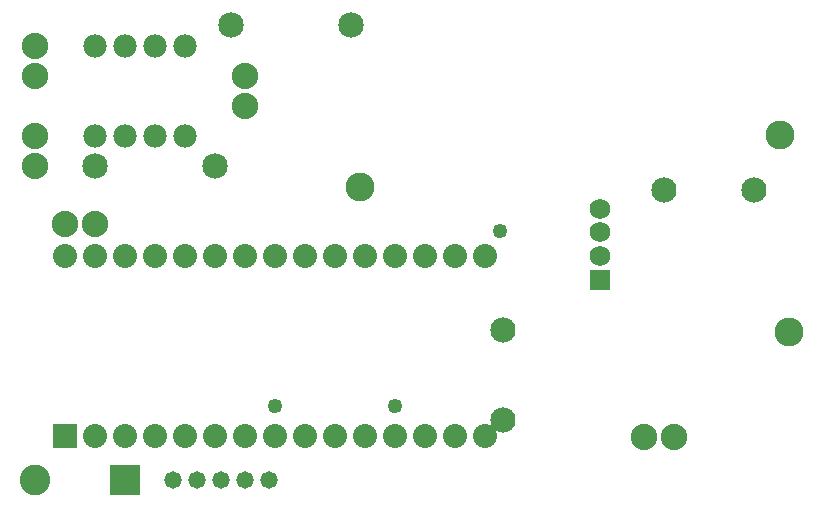
<source format=gts>
G04 MADE WITH FRITZING*
G04 WWW.FRITZING.ORG*
G04 DOUBLE SIDED*
G04 HOLES PLATED*
G04 CONTOUR ON CENTER OF CONTOUR VECTOR*
%ASAXBY*%
%FSLAX23Y23*%
%MOIN*%
%OFA0B0*%
%SFA1.0B1.0*%
%ADD10C,0.080000*%
%ADD11C,0.058000*%
%ADD12C,0.078000*%
%ADD13C,0.102000*%
%ADD14C,0.084000*%
%ADD15C,0.088000*%
%ADD16C,0.085000*%
%ADD17C,0.049370*%
%ADD18C,0.069200*%
%ADD19C,0.096614*%
%ADD20R,0.080000X0.079972*%
%ADD21R,0.102000X0.102000*%
%ADD22R,0.069200X0.069200*%
%LNMASK1*%
G90*
G70*
G54D10*
X209Y233D03*
X309Y233D03*
X409Y233D03*
X509Y233D03*
X609Y233D03*
X709Y233D03*
X809Y233D03*
X909Y233D03*
X1009Y233D03*
X1109Y233D03*
X1209Y233D03*
X1309Y233D03*
X1409Y233D03*
X1509Y233D03*
X1609Y233D03*
X209Y833D03*
X309Y833D03*
X409Y833D03*
X509Y833D03*
X609Y833D03*
X709Y833D03*
X809Y833D03*
X909Y833D03*
X1009Y833D03*
X1109Y833D03*
X1209Y833D03*
X1309Y833D03*
X1409Y833D03*
X1509Y833D03*
X1609Y833D03*
G54D11*
X808Y89D03*
X728Y89D03*
X648Y89D03*
X568Y89D03*
X889Y89D03*
X809Y89D03*
G54D12*
X309Y1233D03*
X409Y1233D03*
X509Y1233D03*
X609Y1233D03*
X609Y1533D03*
X509Y1533D03*
X409Y1533D03*
X309Y1533D03*
X309Y1233D03*
X409Y1233D03*
X509Y1233D03*
X609Y1233D03*
X609Y1533D03*
X509Y1533D03*
X409Y1533D03*
X309Y1533D03*
G54D13*
X409Y89D03*
X109Y89D03*
G54D14*
X1670Y289D03*
X1670Y589D03*
X1670Y289D03*
X1670Y589D03*
X2205Y1055D03*
X2505Y1055D03*
X2205Y1055D03*
X2505Y1055D03*
G54D15*
X109Y1233D03*
X109Y1133D03*
G54D16*
X763Y1605D03*
X1163Y1605D03*
X309Y1133D03*
X709Y1133D03*
G54D15*
X809Y1433D03*
X809Y1333D03*
X109Y1533D03*
X109Y1433D03*
X209Y941D03*
X309Y941D03*
G54D17*
X1309Y333D03*
G54D18*
X1992Y755D03*
X1992Y991D03*
X1992Y913D03*
X1992Y834D03*
G54D19*
X1194Y1066D03*
G54D17*
X909Y333D03*
X1658Y917D03*
G54D19*
X2622Y580D03*
X2594Y1238D03*
G54D15*
X2139Y232D03*
X2239Y232D03*
G54D20*
X209Y233D03*
G54D21*
X409Y89D03*
G54D22*
X1992Y755D03*
G04 End of Mask1*
M02*
</source>
